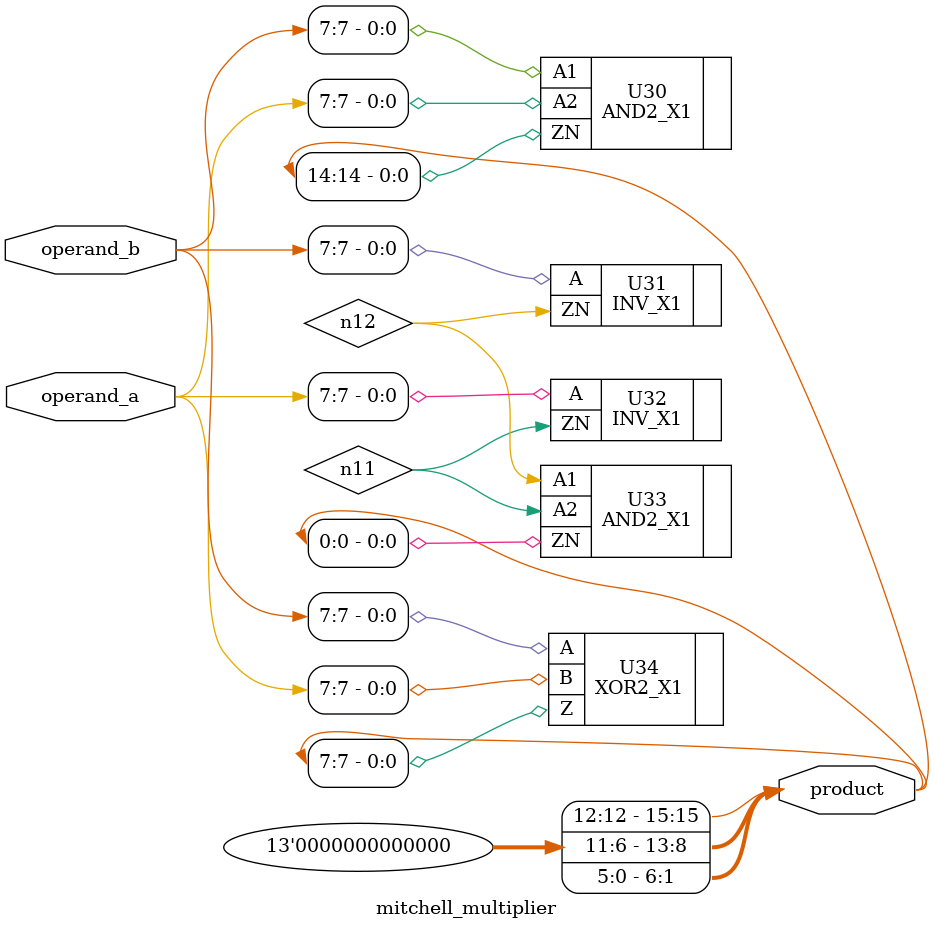
<source format=v>


module mitchell_multiplier ( operand_a, operand_b, product );
  input [7:0] operand_a;
  input [7:0] operand_b;
  output [15:0] product;
  wire   n11, n12;
  assign product[13] = 1'b0;
  assign product[6] = 1'b0;
  assign product[12] = 1'b0;
  assign product[5] = 1'b0;
  assign product[11] = 1'b0;
  assign product[4] = 1'b0;
  assign product[10] = 1'b0;
  assign product[3] = 1'b0;
  assign product[2] = 1'b0;
  assign product[9] = 1'b0;
  assign product[15] = 1'b0;
  assign product[1] = 1'b0;
  assign product[8] = 1'b0;

  AND2_X1 U30 ( .A1(operand_b[7]), .A2(operand_a[7]), .ZN(product[14]) );
  INV_X1 U31 ( .A(operand_b[7]), .ZN(n12) );
  INV_X1 U32 ( .A(operand_a[7]), .ZN(n11) );
  AND2_X1 U33 ( .A1(n12), .A2(n11), .ZN(product[0]) );
  XOR2_X1 U34 ( .A(operand_b[7]), .B(operand_a[7]), .Z(product[7]) );
endmodule


</source>
